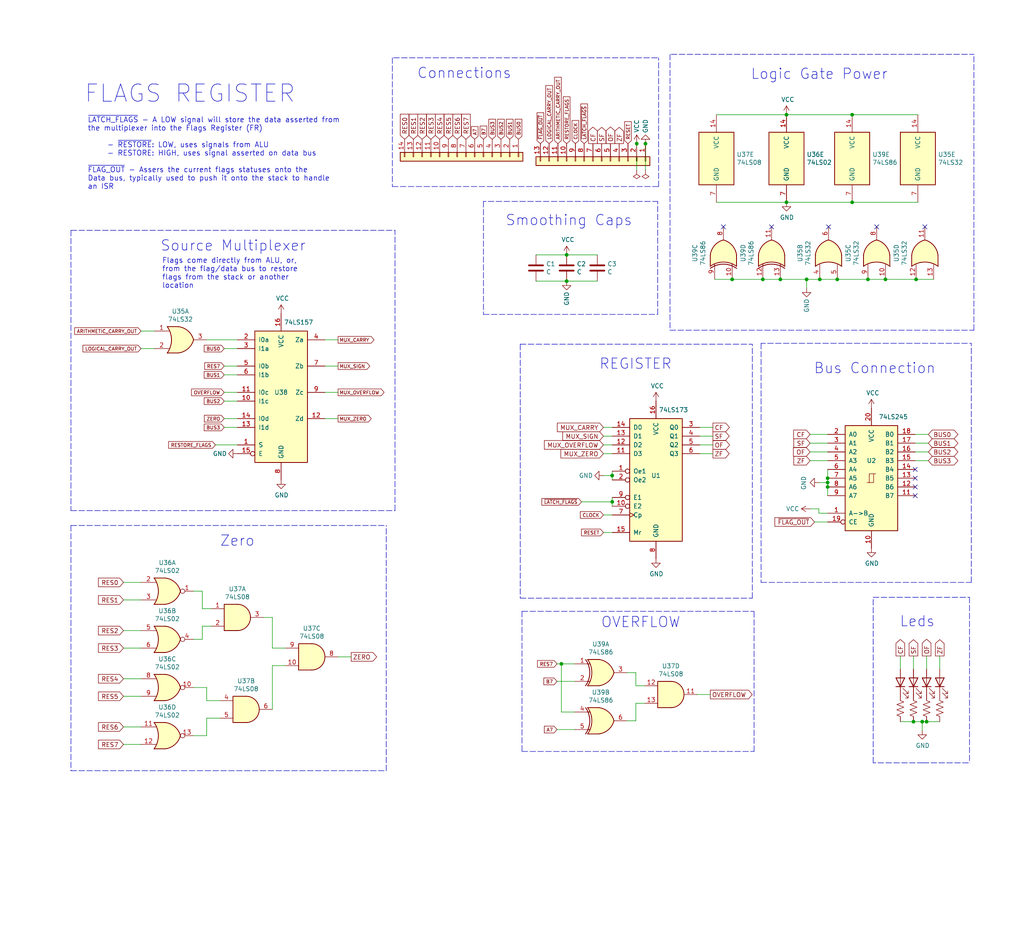
<source format=kicad_sch>
(kicad_sch (version 20211123) (generator eeschema)
  (paper "User" 297.002 270.002)
  (title_block (title "Flags Register") (date "2022-01-03") (rev "3") (company "theWickedWebDev/8-Bit-Computer") (comment 1 "For storing and asserting current flag statuses from ALU"))
  (lib_symbols
    (symbol "74xx:74LS02" (pin_names (offset 1.016))
      (property "Reference" "U" (at 0 1.27 0))
      (property "Value" "74LS02" (at 0 -1.27 0))
      (symbol "74LS02_1_1"
        (pin output inverted (at 7.62 0 180) (length 3.81) (name "~") (number "1"))
        (pin input line (at -7.62 2.54 0) (length 4.318) (name "~") (number "2"))
        (pin input line (at -7.62 -2.54 0) (length 4.318) (name "~") (number "3"))
      )
      (symbol "74LS02_1_2"
        (pin output line (at 7.62 0 180) (length 3.81) (name "~") (number "1"))
        (pin input inverted (at -7.62 2.54 0) (length 3.81) (name "~") (number "2"))
        (pin input inverted (at -7.62 -2.54 0) (length 3.81) (name "~") (number "3"))
      )
      (symbol "74LS02_2_1"
        (pin output inverted (at 7.62 0 180) (length 3.81) (name "~") (number "4"))
        (pin input line (at -7.62 2.54 0) (length 4.318) (name "~") (number "5"))
        (pin input line (at -7.62 -2.54 0) (length 4.318) (name "~") (number "6"))
      )
      (symbol "74LS02_2_2"
        (pin output line (at 7.62 0 180) (length 3.81) (name "~") (number "4"))
        (pin input inverted (at -7.62 2.54 0) (length 3.81) (name "~") (number "5"))
        (pin input inverted (at -7.62 -2.54 0) (length 3.81) (name "~") (number "6"))
      )
      (symbol "74LS02_3_1"
        (pin output inverted (at 7.62 0 180) (length 3.81) (name "~") (number "10"))
        (pin input line (at -7.62 2.54 0) (length 4.318) (name "~") (number "8"))
        (pin input line (at -7.62 -2.54 0) (length 4.318) (name "~") (number "9"))
      )
      (symbol "74LS02_3_2"
        (pin output line (at 7.62 0 180) (length 3.81) (name "~") (number "10"))
        (pin input inverted (at -7.62 2.54 0) (length 3.81) (name "~") (number "8"))
        (pin input inverted (at -7.62 -2.54 0) (length 3.81) (name "~") (number "9"))
      )
      (symbol "74LS02_4_1"
        (pin input line (at -7.62 2.54 0) (length 4.318) (name "~") (number "11"))
        (pin input line (at -7.62 -2.54 0) (length 4.318) (name "~") (number "12"))
        (pin output inverted (at 7.62 0 180) (length 3.81) (name "~") (number "13"))
      )
      (symbol "74LS02_4_2"
        (pin input inverted (at -7.62 2.54 0) (length 3.81) (name "~") (number "11"))
        (pin input inverted (at -7.62 -2.54 0) (length 3.81) (name "~") (number "12"))
        (pin output line (at 7.62 0 180) (length 3.81) (name "~") (number "13"))
      )
      (symbol "74LS02_5_0"
        (pin power_in line (at 0 12.7 270) (length 5.08) (name "VCC") (number "14"))
        (pin power_in line (at 0 -12.7 90) (length 5.08) (name "GND") (number "7"))
      )
    )
    (symbol "74xx:74LS08" (pin_names (offset 1.016))
      (property "Reference" "U" (at 0 1.27 0))
      (property "Value" "74LS08" (at 0 -1.27 0))
      (symbol "74LS08_1_1"
        (pin input line (at -7.62 2.54 0) (length 3.81) (name "~") (number "1"))
        (pin input line (at -7.62 -2.54 0) (length 3.81) (name "~") (number "2"))
        (pin output line (at 7.62 0 180) (length 3.81) (name "~") (number "3"))
      )
      (symbol "74LS08_1_2"
        (pin input inverted (at -7.62 2.54 0) (length 4.318) (name "~") (number "1"))
        (pin input inverted (at -7.62 -2.54 0) (length 4.318) (name "~") (number "2"))
        (pin output inverted (at 7.62 0 180) (length 3.81) (name "~") (number "3"))
      )
      (symbol "74LS08_2_1"
        (pin input line (at -7.62 2.54 0) (length 3.81) (name "~") (number "4"))
        (pin input line (at -7.62 -2.54 0) (length 3.81) (name "~") (number "5"))
        (pin output line (at 7.62 0 180) (length 3.81) (name "~") (number "6"))
      )
      (symbol "74LS08_2_2"
        (pin input inverted (at -7.62 2.54 0) (length 4.318) (name "~") (number "4"))
        (pin input inverted (at -7.62 -2.54 0) (length 4.318) (name "~") (number "5"))
        (pin output inverted (at 7.62 0 180) (length 3.81) (name "~") (number "6"))
      )
      (symbol "74LS08_3_1"
        (pin input line (at -7.62 -2.54 0) (length 3.81) (name "~") (number "10"))
        (pin output line (at 7.62 0 180) (length 3.81) (name "~") (number "8"))
        (pin input line (at -7.62 2.54 0) (length 3.81) (name "~") (number "9"))
      )
      (symbol "74LS08_3_2"
        (pin input inverted (at -7.62 -2.54 0) (length 4.318) (name "~") (number "10"))
        (pin output inverted (at 7.62 0 180) (length 3.81) (name "~") (number "8"))
        (pin input inverted (at -7.62 2.54 0) (length 4.318) (name "~") (number "9"))
      )
      (symbol "74LS08_4_1"
        (pin output line (at 7.62 0 180) (length 3.81) (name "~") (number "11"))
        (pin input line (at -7.62 2.54 0) (length 3.81) (name "~") (number "12"))
        (pin input line (at -7.62 -2.54 0) (length 3.81) (name "~") (number "13"))
      )
      (symbol "74LS08_4_2"
        (pin output inverted (at 7.62 0 180) (length 3.81) (name "~") (number "11"))
        (pin input inverted (at -7.62 2.54 0) (length 4.318) (name "~") (number "12"))
        (pin input inverted (at -7.62 -2.54 0) (length 4.318) (name "~") (number "13"))
      )
      (symbol "74LS08_5_0"
        (pin power_in line (at 0 12.7 270) (length 5.08) (name "VCC") (number "14"))
        (pin power_in line (at 0 -12.7 90) (length 5.08) (name "GND") (number "7"))
      )
    )
    (symbol "74xx:74LS157" (pin_names (offset 1.016))
      (property "Reference" "U" (at -7.62 19.05 0))
      (property "Value" "74LS157" (at -7.62 -21.59 0))
      (symbol "74LS157_1_0"
        (pin input line (at -12.7 -15.24 0) (length 5.08) (name "S") (number "1"))
        (pin input line (at -12.7 -2.54 0) (length 5.08) (name "I1c") (number "10"))
        (pin input line (at -12.7 0 0) (length 5.08) (name "I0c") (number "11"))
        (pin output line (at 12.7 -7.62 180) (length 5.08) (name "Zd") (number "12"))
        (pin input line (at -12.7 -10.16 0) (length 5.08) (name "I1d") (number "13"))
        (pin input line (at -12.7 -7.62 0) (length 5.08) (name "I0d") (number "14"))
        (pin input inverted (at -12.7 -17.78 0) (length 5.08) (name "E") (number "15"))
        (pin power_in line (at 0 22.86 270) (length 5.08) (name "VCC") (number "16"))
        (pin input line (at -12.7 15.24 0) (length 5.08) (name "I0a") (number "2"))
        (pin input line (at -12.7 12.7 0) (length 5.08) (name "I1a") (number "3"))
        (pin output line (at 12.7 15.24 180) (length 5.08) (name "Za") (number "4"))
        (pin input line (at -12.7 7.62 0) (length 5.08) (name "I0b") (number "5"))
        (pin input line (at -12.7 5.08 0) (length 5.08) (name "I1b") (number "6"))
        (pin output line (at 12.7 7.62 180) (length 5.08) (name "Zb") (number "7"))
        (pin power_in line (at 0 -25.4 90) (length 5.08) (name "GND") (number "8"))
        (pin output line (at 12.7 0 180) (length 5.08) (name "Zc") (number "9"))
      )
    )
    (symbol "74xx:74LS173" (pin_names (offset 1.016))
      (property "Reference" "U" (at -7.62 19.05 0))
      (property "Value" "74LS173" (at -7.62 -19.05 0))
      (symbol "74LS173_1_0"
        (pin input inverted (at -12.7 2.54 0) (length 5.08) (name "Oe1") (number "1"))
        (pin input inverted (at -12.7 -7.62 0) (length 5.08) (name "E2") (number "10"))
        (pin input line (at -12.7 7.62 0) (length 5.08) (name "D3") (number "11"))
        (pin input line (at -12.7 10.16 0) (length 5.08) (name "D2") (number "12"))
        (pin input line (at -12.7 12.7 0) (length 5.08) (name "D1") (number "13"))
        (pin input line (at -12.7 15.24 0) (length 5.08) (name "D0") (number "14"))
        (pin input line (at -12.7 -15.24 0) (length 5.08) (name "Mr") (number "15"))
        (pin power_in line (at 0 22.86 270) (length 5.08) (name "VCC") (number "16"))
        (pin input inverted (at -12.7 0 0) (length 5.08) (name "Oe2") (number "2"))
        (pin tri_state line (at 12.7 15.24 180) (length 5.08) (name "Q0") (number "3"))
        (pin tri_state line (at 12.7 12.7 180) (length 5.08) (name "Q1") (number "4"))
        (pin tri_state line (at 12.7 10.16 180) (length 5.08) (name "Q2") (number "5"))
        (pin tri_state line (at 12.7 7.62 180) (length 5.08) (name "Q3") (number "6"))
        (pin input clock (at -12.7 -10.16 0) (length 5.08) (name "Cp") (number "7"))
        (pin power_in line (at 0 -22.86 90) (length 5.08) (name "GND") (number "8"))
        (pin input inverted (at -12.7 -5.08 0) (length 5.08) (name "E1") (number "9"))
      )
    )
    (symbol "74xx:74LS245" (pin_names (offset 1.016))
      (property "Reference" "U" (at -7.62 16.51 0))
      (property "Value" "74LS245" (at -7.62 -16.51 0))
      (symbol "74LS245_1_0"
        (pin input line (at -12.7 -10.16 0) (length 5.08) (name "A->B") (number "1"))
        (pin power_in line (at 0 -20.32 90) (length 5.08) (name "GND") (number "10"))
        (pin tri_state line (at 12.7 -5.08 180) (length 5.08) (name "B7") (number "11"))
        (pin tri_state line (at 12.7 -2.54 180) (length 5.08) (name "B6") (number "12"))
        (pin tri_state line (at 12.7 0 180) (length 5.08) (name "B5") (number "13"))
        (pin tri_state line (at 12.7 2.54 180) (length 5.08) (name "B4") (number "14"))
        (pin tri_state line (at 12.7 5.08 180) (length 5.08) (name "B3") (number "15"))
        (pin tri_state line (at 12.7 7.62 180) (length 5.08) (name "B2") (number "16"))
        (pin tri_state line (at 12.7 10.16 180) (length 5.08) (name "B1") (number "17"))
        (pin tri_state line (at 12.7 12.7 180) (length 5.08) (name "B0") (number "18"))
        (pin input inverted (at -12.7 -12.7 0) (length 5.08) (name "CE") (number "19"))
        (pin tri_state line (at -12.7 12.7 0) (length 5.08) (name "A0") (number "2"))
        (pin power_in line (at 0 20.32 270) (length 5.08) (name "VCC") (number "20"))
        (pin tri_state line (at -12.7 10.16 0) (length 5.08) (name "A1") (number "3"))
        (pin tri_state line (at -12.7 7.62 0) (length 5.08) (name "A2") (number "4"))
        (pin tri_state line (at -12.7 5.08 0) (length 5.08) (name "A3") (number "5"))
        (pin tri_state line (at -12.7 2.54 0) (length 5.08) (name "A4") (number "6"))
        (pin tri_state line (at -12.7 0 0) (length 5.08) (name "A5") (number "7"))
        (pin tri_state line (at -12.7 -2.54 0) (length 5.08) (name "A6") (number "8"))
        (pin tri_state line (at -12.7 -5.08 0) (length 5.08) (name "A7") (number "9"))
      )
    )
    (symbol "74xx:74LS32" (pin_names (offset 1.016))
      (property "Reference" "U" (at 0 1.27 0))
      (property "Value" "74LS32" (at 0 -1.27 0))
      (symbol "74LS32_1_1"
        (pin input line (at -7.62 2.54 0) (length 4.318) (name "~") (number "1"))
        (pin input line (at -7.62 -2.54 0) (length 4.318) (name "~") (number "2"))
        (pin output line (at 7.62 0 180) (length 3.81) (name "~") (number "3"))
      )
      (symbol "74LS32_1_2"
        (pin input inverted (at -7.62 2.54 0) (length 3.81) (name "~") (number "1"))
        (pin input inverted (at -7.62 -2.54 0) (length 3.81) (name "~") (number "2"))
        (pin output inverted (at 7.62 0 180) (length 3.81) (name "~") (number "3"))
      )
      (symbol "74LS32_2_1"
        (pin input line (at -7.62 2.54 0) (length 4.318) (name "~") (number "4"))
        (pin input line (at -7.62 -2.54 0) (length 4.318) (name "~") (number "5"))
        (pin output line (at 7.62 0 180) (length 3.81) (name "~") (number "6"))
      )
      (symbol "74LS32_2_2"
        (pin input inverted (at -7.62 2.54 0) (length 3.81) (name "~") (number "4"))
        (pin input inverted (at -7.62 -2.54 0) (length 3.81) (name "~") (number "5"))
        (pin output inverted (at 7.62 0 180) (length 3.81) (name "~") (number "6"))
      )
      (symbol "74LS32_3_1"
        (pin input line (at -7.62 -2.54 0) (length 4.318) (name "~") (number "10"))
        (pin output line (at 7.62 0 180) (length 3.81) (name "~") (number "8"))
        (pin input line (at -7.62 2.54 0) (length 4.318) (name "~") (number "9"))
      )
      (symbol "74LS32_3_2"
        (pin input inverted (at -7.62 -2.54 0) (length 3.81) (name "~") (number "10"))
        (pin output inverted (at 7.62 0 180) (length 3.81) (name "~") (number "8"))
        (pin input inverted (at -7.62 2.54 0) (length 3.81) (name "~") (number "9"))
      )
      (symbol "74LS32_4_1"
        (pin output line (at 7.62 0 180) (length 3.81) (name "~") (number "11"))
        (pin input line (at -7.62 2.54 0) (length 4.318) (name "~") (number "12"))
        (pin input line (at -7.62 -2.54 0) (length 4.318) (name "~") (number "13"))
      )
      (symbol "74LS32_4_2"
        (pin output inverted (at 7.62 0 180) (length 3.81) (name "~") (number "11"))
        (pin input inverted (at -7.62 2.54 0) (length 3.81) (name "~") (number "12"))
        (pin input inverted (at -7.62 -2.54 0) (length 3.81) (name "~") (number "13"))
      )
      (symbol "74LS32_5_0"
        (pin power_in line (at 0 12.7 270) (length 5.08) (name "VCC") (number "14"))
        (pin power_in line (at 0 -12.7 90) (length 5.08) (name "GND") (number "7"))
      )
    )
    (symbol "74xx:74LS86" (pin_names (offset 1.016))
      (property "Reference" "U" (at 0 1.27 0))
      (property "Value" "74LS86" (at 0 -1.27 0))
      (symbol "74LS86_1_0"
        (pin input line (at -7.62 2.54 0) (length 4.445) (name "~") (number "1"))
        (pin input line (at -7.62 -2.54 0) (length 4.445) (name "~") (number "2"))
        (pin output line (at 7.62 0 180) (length 3.81) (name "~") (number "3"))
      )
      (symbol "74LS86_2_0"
        (pin input line (at -7.62 2.54 0) (length 4.445) (name "~") (number "4"))
        (pin input line (at -7.62 -2.54 0) (length 4.445) (name "~") (number "5"))
        (pin output line (at 7.62 0 180) (length 3.81) (name "~") (number "6"))
      )
      (symbol "74LS86_3_0"
        (pin input line (at -7.62 -2.54 0) (length 4.445) (name "~") (number "10"))
        (pin output line (at 7.62 0 180) (length 3.81) (name "~") (number "8"))
        (pin input line (at -7.62 2.54 0) (length 4.445) (name "~") (number "9"))
      )
      (symbol "74LS86_4_0"
        (pin output line (at 7.62 0 180) (length 3.81) (name "~") (number "11"))
        (pin input line (at -7.62 2.54 0) (length 4.445) (name "~") (number "12"))
        (pin input line (at -7.62 -2.54 0) (length 4.445) (name "~") (number "13"))
      )
      (symbol "74LS86_5_0"
        (pin power_in line (at 0 12.7 270) (length 5.08) (name "VCC") (number "14"))
        (pin power_in line (at 0 -12.7 90) (length 5.08) (name "GND") (number "7"))
      )
    )
    (symbol "Connector_Generic:Conn_01x13" (pin_names (offset 1.016) hide)
      (property "Reference" "J" (at 0 17.78 0))
      (property "Value" "Conn_01x13" (at 0 -17.78 0))
      (symbol "Conn_01x13_1_1"
        (pin passive line (at -5.08 15.24 0) (length 3.81) (name "Pin_1") (number "1"))
        (pin passive line (at -5.08 -7.62 0) (length 3.81) (name "Pin_10") (number "10"))
        (pin passive line (at -5.08 -10.16 0) (length 3.81) (name "Pin_11") (number "11"))
        (pin passive line (at -5.08 -12.7 0) (length 3.81) (name "Pin_12") (number "12"))
        (pin passive line (at -5.08 -15.24 0) (length 3.81) (name "Pin_13") (number "13"))
        (pin passive line (at -5.08 12.7 0) (length 3.81) (name "Pin_2") (number "2"))
        (pin passive line (at -5.08 10.16 0) (length 3.81) (name "Pin_3") (number "3"))
        (pin passive line (at -5.08 7.62 0) (length 3.81) (name "Pin_4") (number "4"))
        (pin passive line (at -5.08 5.08 0) (length 3.81) (name "Pin_5") (number "5"))
        (pin passive line (at -5.08 2.54 0) (length 3.81) (name "Pin_6") (number "6"))
        (pin passive line (at -5.08 0 0) (length 3.81) (name "Pin_7") (number "7"))
        (pin passive line (at -5.08 -2.54 0) (length 3.81) (name "Pin_8") (number "8"))
        (pin passive line (at -5.08 -5.08 0) (length 3.81) (name "Pin_9") (number "9"))
      )
    )
    (symbol "Connector_Generic:Conn_01x14" (pin_names (offset 1.016) hide)
      (property "Reference" "J" (at 0 17.78 0))
      (property "Value" "Conn_01x14" (at 0 -20.32 0))
      (symbol "Conn_01x14_1_1"
        (pin passive line (at -5.08 15.24 0) (length 3.81) (name "Pin_1") (number "1"))
        (pin passive line (at -5.08 -7.62 0) (length 3.81) (name "Pin_10") (number "10"))
        (pin passive line (at -5.08 -10.16 0) (length 3.81) (name "Pin_11") (number "11"))
        (pin passive line (at -5.08 -12.7 0) (length 3.81) (name "Pin_12") (number "12"))
        (pin passive line (at -5.08 -15.24 0) (length 3.81) (name "Pin_13") (number "13"))
        (pin passive line (at -5.08 -17.78 0) (length 3.81) (name "Pin_14") (number "14"))
        (pin passive line (at -5.08 12.7 0) (length 3.81) (name "Pin_2") (number "2"))
        (pin passive line (at -5.08 10.16 0) (length 3.81) (name "Pin_3") (number "3"))
        (pin passive line (at -5.08 7.62 0) (length 3.81) (name "Pin_4") (number "4"))
        (pin passive line (at -5.08 5.08 0) (length 3.81) (name "Pin_5") (number "5"))
        (pin passive line (at -5.08 2.54 0) (length 3.81) (name "Pin_6") (number "6"))
        (pin passive line (at -5.08 0 0) (length 3.81) (name "Pin_7") (number "7"))
        (pin passive line (at -5.08 -2.54 0) (length 3.81) (name "Pin_8") (number "8"))
        (pin passive line (at -5.08 -5.08 0) (length 3.81) (name "Pin_9") (number "9"))
      )
    )
    (symbol "Device:C" (pin_numbers hide) (pin_names (offset 0.254))
      (property "Reference" "C" (at 0.635 2.54 0))
      (property "Value" "C" (at 0.635 -2.54 0))
      (symbol "C_1_1"
        (pin passive line (at 0 3.81 270) (length 2.794) (name "~") (number "1"))
        (pin passive line (at 0 -3.81 90) (length 2.794) (name "~") (number "2"))
      )
    )
    (symbol "Device:LED" (pin_numbers hide) (pin_names (offset 1.016) hide)
      (property "Reference" "D" (at 0 2.54 0))
      (property "Value" "LED" (at 0 -2.54 0))
      (symbol "LED_1_1"
        (pin passive line (at -3.81 0 0) (length 2.54) (name "K") (number "1"))
        (pin passive line (at 3.81 0 180) (length 2.54) (name "A") (number "2"))
      )
    )
    (symbol "Device:R_US" (pin_numbers hide) (pin_names (offset 0))
      (property "Reference" "R" (at 2.54 0 90))
      (property "Value" "R_US" (at -2.54 0 90))
      (symbol "R_US_1_1"
        (pin passive line (at 0 3.81 270) (length 1.27) (name "~") (number "1"))
        (pin passive line (at 0 -3.81 90) (length 1.27) (name "~") (number "2"))
      )
    )
    (symbol "power:GND" (power) (pin_names (offset 0))
      (property "Value" "GND" (at 0 -3.81 0))
      (symbol "GND_1_1"
        (pin power_in line (at 0 0 270) (length 0) hide (name "GND") (number "1"))
      )
    )
    (symbol "power:PWR_FLAG" (power) (pin_numbers hide) (pin_names (offset 0) hide)
      (property "Value" "PWR_FLAG" (at 0 3.81 0))
      (symbol "PWR_FLAG_0_0"
        (pin power_out line (at 0 0 90) (length 0) (name "pwr") (number "1"))
      )
    )
    (symbol "power:VCC" (power) (pin_names (offset 0))
      (property "Value" "VCC" (at 0 3.81 0))
      (symbol "VCC_1_1"
        (pin power_in line (at 0 0 90) (length 0) hide (name "VCC") (number "1"))
      )
    )
  )
  (junction (at 233.934 81.026))
  (junction (at 226.314 81.026))
  (junction (at 162.814 192.532))
  (junction (at 212.344 81.026))
  (junction (at 237.744 81.026))
  (junction (at 265.684 81.026))
  (junction (at 240.03 138.684))
  (junction (at 256.794 81.026))
  (junction (at 268.732 209.296))
  (junction (at 228.092 58.674))
  (junction (at 187.198 41.656))
  (junction (at 164.338 81.534))
  (junction (at 240.03 139.954))
  (junction (at 184.658 41.656))
  (junction (at 247.142 58.674))
  (junction (at 221.234 81.026))
  (junction (at 264.922 209.296))
  (junction (at 177.546 137.922))
  (junction (at 164.338 73.914))
  (junction (at 247.142 33.274))
  (junction (at 267.462 209.296))
  (junction (at 240.03 141.224))
  (junction (at 228.092 33.274))
  (junction (at 251.714 81.026))
  (junction (at 177.546 145.542))
  (junction (at 242.824 81.026))
  (no_connect (at 265.43 141.224))
  (no_connect (at 223.774 65.786))
  (no_connect (at 265.43 143.764))
  (no_connect (at 254.254 65.786))
  (no_connect (at 268.224 65.786))
  (no_connect (at 265.43 136.144))
  (no_connect (at 265.43 138.684))
  (no_connect (at 209.804 65.786))
  (no_connect (at 240.284 65.786))
  (wire (pts (xy 233.934 81.026) (xy 233.934 83.566)))
  (polyline (pts (xy 191.008 54.102) (xy 191.008 16.764)))
  (wire (pts (xy 58.674 185.42) (xy 56.134 185.42)))
  (polyline (pts (xy 240.03 15.748) (xy 282.448 15.748)))
  (wire (pts (xy 175.006 129.032) (xy 177.546 129.032)))
  (polyline (pts (xy 220.726 168.91) (xy 281.686 168.91)))
  (wire (pts (xy 184.404 209.042) (xy 181.864 209.042)))
  (wire (pts (xy 98.044 121.412) (xy 94.234 121.412)))
  (wire (pts (xy 237.744 81.026) (xy 242.824 81.026)))
  (wire (pts (xy 177.546 144.272) (xy 177.546 145.542)))
  (polyline (pts (xy 20.574 223.52) (xy 112.014 223.52)))
  (wire (pts (xy 265.43 125.984) (xy 269.24 125.984)))
  (wire (pts (xy 161.544 197.612) (xy 166.624 197.612)))
  (polyline (pts (xy 254 99.568) (xy 220.726 99.568)))
  (polyline (pts (xy 140.208 91.186) (xy 190.754 91.186)))
  (polyline (pts (xy 156.972 16.764) (xy 191.008 16.764)))
  (wire (pts (xy 40.894 101.092) (xy 44.704 101.092)))
  (wire (pts (xy 35.814 168.91) (xy 40.894 168.91)))
  (wire (pts (xy 237.49 147.574) (xy 237.49 148.844)))
  (wire (pts (xy 226.314 81.026) (xy 233.934 81.026)))
  (wire (pts (xy 207.772 58.674) (xy 228.092 58.674)))
  (wire (pts (xy 35.814 196.85) (xy 40.894 196.85)))
  (wire (pts (xy 265.43 128.524) (xy 269.24 128.524)))
  (wire (pts (xy 58.674 171.45) (xy 58.674 176.53)))
  (wire (pts (xy 59.944 208.28) (xy 59.944 213.36)))
  (polyline (pts (xy 218.694 217.932) (xy 218.694 177.292)))
  (polyline (pts (xy 150.876 99.822) (xy 150.876 173.482)))
  (polyline (pts (xy 151.384 177.292) (xy 218.694 177.292)))
  (wire (pts (xy 65.024 101.092) (xy 68.834 101.092)))
  (wire (pts (xy 184.404 198.882) (xy 184.404 195.072)))
  (wire (pts (xy 207.264 81.026) (xy 212.344 81.026)))
  (wire (pts (xy 65.024 116.332) (xy 68.834 116.332)))
  (wire (pts (xy 56.134 171.45) (xy 58.674 171.45)))
  (wire (pts (xy 240.03 141.224) (xy 240.03 143.764)))
  (wire (pts (xy 206.756 131.572) (xy 202.946 131.572)))
  (wire (pts (xy 234.95 147.574) (xy 237.49 147.574)))
  (wire (pts (xy 272.542 190.246) (xy 272.542 194.056)))
  (wire (pts (xy 173.228 73.914) (xy 164.338 73.914)))
  (polyline (pts (xy 170.942 58.42) (xy 190.754 58.42)))
  (wire (pts (xy 234.95 128.524) (xy 240.03 128.524)))
  (polyline (pts (xy 220.726 99.568) (xy 220.726 168.91)))
  (wire (pts (xy 205.994 201.422) (xy 202.184 201.422)))
  (wire (pts (xy 272.542 209.296) (xy 268.732 209.296)))
  (wire (pts (xy 265.684 81.026) (xy 270.764 81.026)))
  (wire (pts (xy 184.404 195.072) (xy 181.864 195.072)))
  (wire (pts (xy 78.994 193.04) (xy 78.994 205.74)))
  (wire (pts (xy 65.024 106.172) (xy 68.834 106.172)))
  (polyline (pts (xy 170.688 58.42) (xy 140.208 58.42)))
  (polyline (pts (xy 253.238 221.234) (xy 253.238 173.228)))
  (polyline (pts (xy 112.014 223.52) (xy 112.014 152.4)))
  (wire (pts (xy 267.462 209.296) (xy 264.922 209.296)))
  (polyline (pts (xy 20.574 148.082) (xy 114.554 148.082)))
  (wire (pts (xy 35.814 215.9) (xy 40.894 215.9)))
  (wire (pts (xy 234.95 133.604) (xy 240.03 133.604)))
  (wire (pts (xy 35.814 173.99) (xy 40.894 173.99)))
  (wire (pts (xy 234.95 125.984) (xy 240.03 125.984)))
  (polyline (pts (xy 113.792 54.102) (xy 191.008 54.102)))
  (polyline (pts (xy 140.208 58.42) (xy 140.208 91.186)))
  (wire (pts (xy 267.462 211.836) (xy 267.462 209.296)))
  (wire (pts (xy 63.754 208.28) (xy 59.944 208.28)))
  (wire (pts (xy 98.044 113.792) (xy 94.234 113.792)))
  (polyline (pts (xy 150.876 99.822) (xy 218.186 99.822)))
  (wire (pts (xy 98.044 190.5) (xy 101.854 190.5)))
  (wire (pts (xy 228.092 33.274) (xy 247.142 33.274)))
  (wire (pts (xy 184.404 203.962) (xy 184.404 209.042)))
  (wire (pts (xy 240.03 138.684) (xy 240.03 136.144)))
  (polyline (pts (xy 114.554 148.082) (xy 114.554 66.802)))
  (wire (pts (xy 251.714 81.026) (xy 256.794 81.026)))
  (polyline (pts (xy 151.384 177.292) (xy 151.384 217.932)))
  (wire (pts (xy 175.006 149.352) (xy 177.546 149.352)))
  (wire (pts (xy 240.03 139.954) (xy 240.03 138.684)))
  (wire (pts (xy 234.95 131.064) (xy 240.03 131.064)))
  (wire (pts (xy 59.944 98.552) (xy 68.834 98.552)))
  (polyline (pts (xy 156.972 16.764) (xy 113.792 16.764)))
  (wire (pts (xy 268.732 194.056) (xy 268.732 190.246)))
  (polyline (pts (xy 253.238 173.228) (xy 281.178 173.228)))
  (wire (pts (xy 206.756 126.492) (xy 202.946 126.492)))
  (wire (pts (xy 59.944 213.36) (xy 56.134 213.36)))
  (wire (pts (xy 58.674 176.53) (xy 61.214 176.53)))
  (wire (pts (xy 261.112 190.246) (xy 261.112 194.056)))
  (polyline (pts (xy 239.776 15.748) (xy 194.31 15.748)))
  (wire (pts (xy 268.732 209.296) (xy 267.462 209.296)))
  (wire (pts (xy 35.814 187.96) (xy 40.894 187.96)))
  (wire (pts (xy 175.006 131.572) (xy 177.546 131.572)))
  (wire (pts (xy 264.922 209.296) (xy 261.112 209.296)))
  (wire (pts (xy 177.546 145.542) (xy 177.546 146.812)))
  (wire (pts (xy 177.546 136.652) (xy 177.546 137.922)))
  (polyline (pts (xy 20.574 66.802) (xy 114.554 66.802)))
  (polyline (pts (xy 151.384 217.932) (xy 218.694 217.932)))
  (wire (pts (xy 98.044 98.552) (xy 94.234 98.552)))
  (wire (pts (xy 162.814 192.532) (xy 162.814 206.502)))
  (wire (pts (xy 247.142 33.274) (xy 266.192 33.274)))
  (wire (pts (xy 228.092 58.674) (xy 247.142 58.674)))
  (wire (pts (xy 237.49 139.954) (xy 240.03 139.954)))
  (wire (pts (xy 177.546 137.922) (xy 177.546 139.192)))
  (wire (pts (xy 202.946 129.032) (xy 206.756 129.032)))
  (wire (pts (xy 162.814 206.502) (xy 166.624 206.502)))
  (wire (pts (xy 265.43 131.064) (xy 269.24 131.064)))
  (wire (pts (xy 256.794 81.026) (xy 265.684 81.026)))
  (wire (pts (xy 35.814 210.82) (xy 40.894 210.82)))
  (polyline (pts (xy 218.186 173.482) (xy 218.186 99.822)))
  (polyline (pts (xy 253.746 99.568) (xy 281.686 99.568)))
  (polyline (pts (xy 281.686 168.91) (xy 281.686 99.568)))
  (wire (pts (xy 187.198 49.276) (xy 187.198 41.656)))
  (wire (pts (xy 164.338 73.914) (xy 155.448 73.914)))
  (wire (pts (xy 65.024 113.792) (xy 68.834 113.792)))
  (wire (pts (xy 233.934 81.026) (xy 237.744 81.026)))
  (wire (pts (xy 155.448 81.534) (xy 164.338 81.534)))
  (polyline (pts (xy 281.178 173.228) (xy 281.178 221.234)))
  (polyline (pts (xy 267.716 221.234) (xy 253.238 221.234)))
  (wire (pts (xy 266.192 58.674) (xy 247.142 58.674)))
  (wire (pts (xy 161.544 211.582) (xy 166.624 211.582)))
  (wire (pts (xy 264.922 190.246) (xy 264.922 194.056)))
  (wire (pts (xy 175.006 123.952) (xy 177.546 123.952)))
  (wire (pts (xy 175.006 137.922) (xy 177.546 137.922)))
  (wire (pts (xy 207.772 33.274) (xy 228.092 33.274)))
  (wire (pts (xy 212.344 81.026) (xy 221.234 81.026)))
  (wire (pts (xy 162.814 192.532) (xy 166.624 192.532)))
  (polyline (pts (xy 190.754 91.186) (xy 190.754 58.42)))
  (wire (pts (xy 184.658 41.656) (xy 184.658 49.276)))
  (wire (pts (xy 65.024 108.712) (xy 68.834 108.712)))
  (wire (pts (xy 221.234 81.026) (xy 226.314 81.026)))
  (wire (pts (xy 164.338 81.534) (xy 173.228 81.534)))
  (polyline (pts (xy 267.716 221.234) (xy 281.178 221.234)))
  (wire (pts (xy 59.944 203.2) (xy 63.754 203.2)))
  (wire (pts (xy 78.994 179.07) (xy 78.994 187.96)))
  (polyline (pts (xy 20.574 66.802) (xy 20.574 148.082)))
  (wire (pts (xy 59.944 199.39) (xy 59.944 203.2)))
  (wire (pts (xy 240.03 139.954) (xy 240.03 141.224)))
  (polyline (pts (xy 194.31 95.758) (xy 282.448 95.758)))
  (wire (pts (xy 44.704 96.012) (xy 40.894 96.012)))
  (wire (pts (xy 242.824 81.026) (xy 251.714 81.026)))
  (wire (pts (xy 76.454 179.07) (xy 78.994 179.07)))
  (wire (pts (xy 65.024 121.412) (xy 68.834 121.412)))
  (wire (pts (xy 78.994 187.96) (xy 82.804 187.96)))
  (polyline (pts (xy 20.574 152.4) (xy 112.014 152.4)))
  (wire (pts (xy 35.814 182.88) (xy 40.894 182.88)))
  (wire (pts (xy 186.944 198.882) (xy 184.404 198.882)))
  (wire (pts (xy 175.006 154.432) (xy 177.546 154.432)))
  (wire (pts (xy 65.024 123.952) (xy 68.834 123.952)))
  (wire (pts (xy 82.804 193.04) (xy 78.994 193.04)))
  (wire (pts (xy 58.674 181.61) (xy 58.674 185.42)))
  (wire (pts (xy 186.944 203.962) (xy 184.404 203.962)))
  (wire (pts (xy 61.214 181.61) (xy 58.674 181.61)))
  (wire (pts (xy 206.756 123.952) (xy 202.946 123.952)))
  (wire (pts (xy 237.49 148.844) (xy 240.03 148.844)))
  (polyline (pts (xy 113.792 16.764) (xy 113.792 54.102)))
  (polyline (pts (xy 20.574 152.4) (xy 20.574 223.52)))
  (wire (pts (xy 236.22 151.384) (xy 240.03 151.384)))
  (wire (pts (xy 177.546 145.542) (xy 168.656 145.542)))
  (wire (pts (xy 35.814 201.93) (xy 40.894 201.93)))
  (polyline (pts (xy 150.876 173.482) (xy 218.186 173.482)))
  (polyline (pts (xy 282.448 95.758) (xy 282.448 15.748)))
  (wire (pts (xy 265.43 133.604) (xy 269.24 133.604)))
  (wire (pts (xy 98.044 106.172) (xy 94.234 106.172)))
  (polyline (pts (xy 194.31 15.748) (xy 194.31 95.758)))
  (wire (pts (xy 161.544 192.532) (xy 162.814 192.532)))
  (wire (pts (xy 56.134 199.39) (xy 59.944 199.39)))
  (wire (pts (xy 175.006 126.492) (xy 177.546 126.492)))
  (wire (pts (xy 62.484 129.032) (xy 68.834 129.032)))
  (text "Source Multiplexer" (at 46.482 73.152 0) (effects (font (size 2.9972 2.9972)) (justify left bottom)))
  (text "Bus Connection" (at 235.966 108.712 0) (effects (font (size 2.9972 2.9972)) (justify left bottom)))
  (text "Smoothing Caps" (at 146.558 65.786 0) (effects (font (size 2.9972 2.9972)) (justify left bottom)))
  (text "~{LATCH_FLAGS} - A LOW signal will store the data asserted from\nthe multiplexer into the Flags Register (FR)\n\n	- ~{RESTORE}: LOW, uses signals from ALU\n	- RESTORE: HIGH, uses signal asserted on data bus\n\n~{FLAG_OUT} - Assers the current flags statuses onto the \nData bus, typically used to push it onto the stack to handle\nan ISR" (at 25.4 55.118 0) (effects (font (size 1.5 1.5)) (justify left bottom)))
  (text "Flags come directly from ALU, or,\nfrom the flag/data bus to restore\nflags from the stack or another\nlocation" (at 46.99 83.82 0) (effects (font (size 1.5 1.5)) (justify left bottom)))
  (text "Leds" (at 260.858 182.118 0) (effects (font (size 2.9972 2.9972)) (justify left bottom)))
  (text "Connections" (at 120.904 23.114 0) (effects (font (size 3 3)) (justify left bottom)))
  (text "Logic Gate Power" (at 217.678 23.368 0) (effects (font (size 2.9972 2.9972)) (justify left bottom)))
  (text "FLAGS REGISTER" (at 24.384 30.226 0) (effects (font (size 5.0038 5.0038)) (justify left bottom)))
  (text "REGISTER" (at 173.736 107.442 0) (effects (font (size 2.9972 2.9972)) (justify left bottom)))
  (text "OVERFLOW" (at 174.244 182.372 0) (effects (font (size 2.9972 2.9972)) (justify left bottom)))
  (text "Zero" (at 63.754 158.75 0) (effects (font (size 2.9972 2.9972)) (justify left bottom)))
  (global_label "ZF" (shape output) (at 206.756 131.572 0) (property "Intersheet References" "${INTERSHEET_REFS}" (effects hide)))
  (global_label "LOGICAL_CARRY_OUT" (shape input) (at 159.258 41.656 90) (effects (font (size 0.9906 0.9906))) (property "Intersheet References" "${INTERSHEET_REFS}" (effects hide)))
  (global_label "B7" (shape input) (at 161.544 197.612 180) (effects (font (size 0.9906 0.9906))) (property "Intersheet References" "${INTERSHEET_REFS}" (effects hide)))
  (global_label "BUS0" (shape input) (at 150.368 40.386 90) (effects (font (size 0.9906 0.9906))) (property "Intersheet References" "${INTERSHEET_REFS}" (effects hide)))
  (global_label "~{LATCH_FLAGS}" (shape input) (at 168.656 145.542 180) (effects (font (size 0.9906 0.9906))) (property "Intersheet References" "${INTERSHEET_REFS}" (effects hide)))
  (global_label "RESTORE_FLAGS" (shape input) (at 164.338 41.656 90) (effects (font (size 0.9906 0.9906))) (property "Intersheet References" "${INTERSHEET_REFS}" (effects hide)))
  (global_label "RES6" (shape input) (at 132.588 40.386 90) (property "Intersheet References" "${INTERSHEET_REFS}" (effects hide)))
  (global_label "CF" (shape output) (at 261.112 190.246 90) (property "Intersheet References" "${INTERSHEET_REFS}" (effects hide)))
  (global_label "OF" (shape output) (at 177.038 41.656 90) (property "Intersheet References" "${INTERSHEET_REFS}" (effects hide)))
  (global_label "BUS2" (shape tri_state) (at 269.24 131.064 0) (property "Intersheet References" "${INTERSHEET_REFS}" (effects hide)))
  (global_label "RES6" (shape input) (at 35.814 210.82 180) (property "Intersheet References" "${INTERSHEET_REFS}" (effects hide)))
  (global_label "SF" (shape input) (at 234.95 128.524 180) (property "Intersheet References" "${INTERSHEET_REFS}" (effects hide)))
  (global_label "CF" (shape input) (at 234.95 125.984 180) (property "Intersheet References" "${INTERSHEET_REFS}" (effects hide)))
  (global_label "MUX_ZERO" (shape input) (at 175.006 131.572 180) (property "Intersheet References" "${INTERSHEET_REFS}" (effects hide)))
  (global_label "BUS3" (shape input) (at 65.024 123.952 180) (effects (font (size 0.9906 0.9906))) (property "Intersheet References" "${INTERSHEET_REFS}" (effects hide)))
  (global_label "MUX_SIGN" (shape input) (at 175.006 126.492 180) (property "Intersheet References" "${INTERSHEET_REFS}" (effects hide)))
  (global_label "RES7" (shape input) (at 135.128 40.386 90) (property "Intersheet References" "${INTERSHEET_REFS}" (effects hide)))
  (global_label "~{LATCH_FLAGS}" (shape input) (at 169.418 41.656 90) (effects (font (size 0.9906 0.9906))) (property "Intersheet References" "${INTERSHEET_REFS}" (effects hide)))
  (global_label "RES2" (shape input) (at 122.428 40.386 90) (property "Intersheet References" "${INTERSHEET_REFS}" (effects hide)))
  (global_label "CF" (shape output) (at 171.958 41.656 90) (property "Intersheet References" "${INTERSHEET_REFS}" (effects hide)))
  (global_label "OF" (shape output) (at 268.732 190.246 90) (property "Intersheet References" "${INTERSHEET_REFS}" (effects hide)))
  (global_label "BUS3" (shape tri_state) (at 269.24 133.604 0) (property "Intersheet References" "${INTERSHEET_REFS}" (effects hide)))
  (global_label "ZF" (shape output) (at 272.542 190.246 90) (property "Intersheet References" "${INTERSHEET_REFS}" (effects hide)))
  (global_label "RES2" (shape input) (at 35.814 182.88 180) (property "Intersheet References" "${INTERSHEET_REFS}" (effects hide)))
  (global_label "ZERO" (shape output) (at 101.854 190.5 0) (property "Intersheet References" "${INTERSHEET_REFS}" (effects hide)))
  (global_label "~{FLAG_OUT}" (shape input) (at 236.22 151.384 180) (property "Intersheet References" "${INTERSHEET_REFS}" (effects hide)))
  (global_label "RESET" (shape input) (at 182.118 41.656 90) (effects (font (size 0.9906 0.9906))) (property "Intersheet References" "${INTERSHEET_REFS}" (effects hide)))
  (global_label "RES5" (shape input) (at 35.814 201.93 180) (property "Intersheet References" "${INTERSHEET_REFS}" (effects hide)))
  (global_label "A7" (shape input) (at 161.544 211.582 180) (effects (font (size 0.9906 0.9906))) (property "Intersheet References" "${INTERSHEET_REFS}" (effects hide)))
  (global_label "BUS0" (shape tri_state) (at 269.24 125.984 0) (property "Intersheet References" "${INTERSHEET_REFS}" (effects hide)))
  (global_label "MUX_OVERFLOW" (shape input) (at 175.006 129.032 180) (property "Intersheet References" "${INTERSHEET_REFS}" (effects hide)))
  (global_label "RES5" (shape input) (at 130.048 40.386 90) (property "Intersheet References" "${INTERSHEET_REFS}" (effects hide)))
  (global_label "~{FLAG_OUT}" (shape input) (at 156.718 41.656 90) (effects (font (size 0.9906 0.9906))) (property "Intersheet References" "${INTERSHEET_REFS}" (effects hide)))
  (global_label "B7" (shape input) (at 140.208 40.386 90) (effects (font (size 0.9906 0.9906))) (property "Intersheet References" "${INTERSHEET_REFS}" (effects hide)))
  (global_label "MUX_OVERFLOW" (shape output) (at 98.044 113.792 0) (effects (font (size 0.9906 0.9906))) (property "Intersheet References" "${INTERSHEET_REFS}" (effects hide)))
  (global_label "RES7" (shape input) (at 161.544 192.532 180) (effects (font (size 0.9906 0.9906))) (property "Intersheet References" "${INTERSHEET_REFS}" (effects hide)))
  (global_label "BUS1" (shape input) (at 65.024 108.712 180) (effects (font (size 0.9906 0.9906))) (property "Intersheet References" "${INTERSHEET_REFS}" (effects hide)))
  (global_label "BUS0" (shape input) (at 65.024 101.092 180) (effects (font (size 0.9906 0.9906))) (property "Intersheet References" "${INTERSHEET_REFS}" (effects hide)))
  (global_label "RES3" (shape input) (at 124.968 40.386 90) (property "Intersheet References" "${INTERSHEET_REFS}" (effects hide)))
  (global_label "RESET" (shape input) (at 175.006 154.432 180) (effects (font (size 0.9906 0.9906))) (property "Intersheet References" "${INTERSHEET_REFS}" (effects hide)))
  (global_label "BUS3" (shape input) (at 142.748 40.386 90) (effects (font (size 0.9906 0.9906))) (property "Intersheet References" "${INTERSHEET_REFS}" (effects hide)))
  (global_label "RES7" (shape input) (at 65.024 106.172 180) (effects (font (size 0.9906 0.9906))) (property "Intersheet References" "${INTERSHEET_REFS}" (effects hide)))
  (global_label "RES0" (shape input) (at 35.814 168.91 180) (property "Intersheet References" "${INTERSHEET_REFS}" (effects hide)))
  (global_label "ZF" (shape output) (at 179.578 41.656 90) (property "Intersheet References" "${INTERSHEET_REFS}" (effects hide)))
  (global_label "LOGICAL_CARRY_OUT" (shape input) (at 40.894 101.092 180) (effects (font (size 0.9906 0.9906))) (property "Intersheet References" "${INTERSHEET_REFS}" (effects hide)))
  (global_label "SF" (shape output) (at 174.498 41.656 90) (property "Intersheet References" "${INTERSHEET_REFS}" (effects hide)))
  (global_label "BUS2" (shape input) (at 145.288 40.386 90) (effects (font (size 0.9906 0.9906))) (property "Intersheet References" "${INTERSHEET_REFS}" (effects hide)))
  (global_label "RES0" (shape input) (at 117.348 40.386 90) (property "Intersheet References" "${INTERSHEET_REFS}" (effects hide)))
  (global_label "ZERO" (shape input) (at 65.024 121.412 180) (effects (font (size 0.9906 0.9906))) (property "Intersheet References" "${INTERSHEET_REFS}" (effects hide)))
  (global_label "OVERFLOW" (shape input) (at 65.024 113.792 180) (effects (font (size 0.9906 0.9906))) (property "Intersheet References" "${INTERSHEET_REFS}" (effects hide)))
  (global_label "BUS1" (shape tri_state) (at 269.24 128.524 0) (property "Intersheet References" "${INTERSHEET_REFS}" (effects hide)))
  (global_label "MUX_CARRY" (shape output) (at 98.044 98.552 0) (effects (font (size 0.9906 0.9906))) (property "Intersheet References" "${INTERSHEET_REFS}" (effects hide)))
  (global_label "OF" (shape output) (at 206.756 129.032 0) (property "Intersheet References" "${INTERSHEET_REFS}" (effects hide)))
  (global_label "MUX_SIGN" (shape output) (at 98.044 106.172 0) (effects (font (size 0.9906 0.9906))) (property "Intersheet References" "${INTERSHEET_REFS}" (effects hide)))
  (global_label "ARITHMETIC_CARRY_OUT" (shape input) (at 161.798 41.656 90) (effects (font (size 0.9906 0.9906))) (property "Intersheet References" "${INTERSHEET_REFS}" (effects hide)))
  (global_label "ZF" (shape input) (at 234.95 133.604 180) (property "Intersheet References" "${INTERSHEET_REFS}" (effects hide)))
  (global_label "BUS1" (shape input) (at 147.828 40.386 90) (effects (font (size 0.9906 0.9906))) (property "Intersheet References" "${INTERSHEET_REFS}" (effects hide)))
  (global_label "ARITHMETIC_CARRY_OUT" (shape input) (at 40.894 96.012 180) (effects (font (size 0.9906 0.9906))) (property "Intersheet References" "${INTERSHEET_REFS}" (effects hide)))
  (global_label "RES3" (shape input) (at 35.814 187.96 180) (property "Intersheet References" "${INTERSHEET_REFS}" (effects hide)))
  (global_label "RES1" (shape input) (at 119.888 40.386 90) (property "Intersheet References" "${INTERSHEET_REFS}" (effects hide)))
  (global_label "OF" (shape input) (at 234.95 131.064 180) (property "Intersheet References" "${INTERSHEET_REFS}" (effects hide)))
  (global_label "BUS2" (shape input) (at 65.024 116.332 180) (effects (font (size 0.9906 0.9906))) (property "Intersheet References" "${INTERSHEET_REFS}" (effects hide)))
  (global_label "MUX_ZERO" (shape output) (at 98.044 121.412 0) (effects (font (size 0.9906 0.9906))) (property "Intersheet References" "${INTERSHEET_REFS}" (effects hide)))
  (global_label "SF" (shape output) (at 264.922 190.246 90) (property "Intersheet References" "${INTERSHEET_REFS}" (effects hide)))
  (global_label "CF" (shape output) (at 206.756 123.952 0) (property "Intersheet References" "${INTERSHEET_REFS}" (effects hide)))
  (global_label "CLOCK" (shape input) (at 175.006 149.352 180) (effects (font (size 0.9906 0.9906))) (property "Intersheet References" "${INTERSHEET_REFS}" (effects hide)))
  (global_label "RES7" (shape input) (at 35.814 215.9 180) (property "Intersheet References" "${INTERSHEET_REFS}" (effects hide)))
  (global_label "A7" (shape input) (at 137.668 40.386 90) (effects (font (size 0.9906 0.9906))) (property "Intersheet References" "${INTERSHEET_REFS}" (effects hide)))
  (global_label "CLOCK" (shape input) (at 166.878 41.656 90) (effects (font (size 0.9906 0.9906))) (property "Intersheet References" "${INTERSHEET_REFS}" (effects hide)))
  (global_label "MUX_CARRY" (shape input) (at 175.006 123.952 180) (property "Intersheet References" "${INTERSHEET_REFS}" (effects hide)))
  (global_label "RES4" (shape input) (at 127.508 40.386 90) (property "Intersheet References" "${INTERSHEET_REFS}" (effects hide)))
  (global_label "RES4" (shape input) (at 35.814 196.85 180) (property "Intersheet References" "${INTERSHEET_REFS}" (effects hide)))
  (global_label "SF" (shape output) (at 206.756 126.492 0) (property "Intersheet References" "${INTERSHEET_REFS}" (effects hide)))
  (global_label "OVERFLOW" (shape output) (at 205.994 201.422 0) (property "Intersheet References" "${INTERSHEET_REFS}" (effects hide)))
  (global_label "RESTORE_FLAGS" (shape input) (at 62.484 129.032 180) (effects (font (size 0.9906 0.9906))) (property "Intersheet References" "${INTERSHEET_REFS}" (effects hide)))
  (global_label "RES1" (shape input) (at 35.814 173.99 180) (property "Intersheet References" "${INTERSHEET_REFS}" (effects hide)))
  (symbol (lib_id "74xx:74LS245") (at 252.73 138.684 0) (unit 1)
    (property "Reference" "U2" (at 252.73 133.604 0))
    (property "Value" "74LS245" (at 259.08 120.904 0))
    (property "Footprint" "Package_SO:TSSOP-20_4.4x6.5mm_P0.65mm" (effects hide))
    (property "Datasheet" "http://www.ti.com/lit/gpn/sn74LS245" (effects hide))
  )
  (symbol (lib_id "power:VCC") (at 252.73 118.364 0) (unit 1)
    (property "Reference" "#PWR0112" (effects hide))
    (property "Value" "VCC" (at 253.111 113.9698 0))
  )
  (symbol (lib_id "power:GND") (at 252.73 159.004 0) (unit 1)
    (property "Reference" "#PWR0113" (effects hide))
    (property "Value" "GND" (at 252.857 163.3982 0))
  )
  (symbol (lib_id "power:VCC") (at 234.95 147.574 90) (unit 1)
    (property "Reference" "#PWR0114" (effects hide))
    (property "Value" "VCC" (at 229.87 147.574 90))
  )
  (symbol (lib_id "power:GND") (at 237.49 139.954 270) (unit 1)
    (property "Reference" "#PWR0115" (effects hide))
    (property "Value" "GND" (at 233.0958 140.081 0))
  )
  (symbol (lib_id "74xx:74LS173") (at 190.246 139.192 0) (unit 1)
    (property "Reference" "U1" (at 190.246 137.922 0))
    (property "Value" "74LS173" (at 195.326 118.872 0))
    (property "Footprint" "Package_SO:TSSOP-16_4.4x5mm_P0.65mm" (effects hide))
    (property "Datasheet" "http://www.ti.com/lit/gpn/sn74LS173" (effects hide))
  )
  (symbol (lib_id "power:VCC") (at 190.246 116.332 0) (unit 1)
    (property "Reference" "#PWR0101" (effects hide))
    (property "Value" "VCC" (at 190.627 111.9378 0))
  )
  (symbol (lib_id "power:GND") (at 190.246 162.052 0) (unit 1)
    (property "Reference" "#PWR0102" (effects hide))
    (property "Value" "GND" (at 190.373 166.4462 0))
  )
  (symbol (lib_id "74xx:74LS02") (at 48.514 171.45 0) (unit 1)
    (property "Reference" "U36" (at 48.514 163.195 0))
    (property "Value" "74LS02" (at 48.514 165.5064 0))
    (property "Footprint" "Package_SO:TSSOP-14_4.4x5mm_P0.65mm" (effects hide))
    (property "Datasheet" "http://www.ti.com/lit/gpn/sn74ls02" (effects hide))
  )
  (symbol (lib_id "74xx:74LS02") (at 48.514 185.42 0) (unit 2)
    (property "Reference" "U36" (at 48.514 177.165 0))
    (property "Value" "74LS02" (at 48.514 179.4764 0))
    (property "Footprint" "Package_SO:TSSOP-14_4.4x5mm_P0.65mm" (effects hide))
    (property "Datasheet" "http://www.ti.com/lit/gpn/sn74ls02" (effects hide))
  )
  (symbol (lib_id "74xx:74LS02") (at 48.514 199.39 0) (unit 3)
    (property "Reference" "U36" (at 48.514 191.135 0))
    (property "Value" "74LS02" (at 48.514 193.4464 0))
    (property "Footprint" "Package_SO:TSSOP-14_4.4x5mm_P0.65mm" (effects hide))
    (property "Datasheet" "http://www.ti.com/lit/gpn/sn74ls02" (effects hide))
  )
  (symbol (lib_id "74xx:74LS02") (at 48.514 213.36 0) (unit 4)
    (property "Reference" "U36" (at 48.514 205.105 0))
    (property "Value" "74LS02" (at 48.514 207.4164 0))
    (property "Footprint" "Package_SO:TSSOP-14_4.4x5mm_P0.65mm" (effects hide))
    (property "Datasheet" "http://www.ti.com/lit/gpn/sn74ls02" (effects hide))
  )
  (symbol (lib_id "74xx:74LS02") (at 228.092 45.974 0) (unit 5)
    (property "Reference" "U36" (at 233.934 44.8056 0) (effects (justify left)))
    (property "Value" "74LS02" (at 233.934 47.117 0) (effects (justify left)))
    (property "Footprint" "Package_SO:TSSOP-14_4.4x5mm_P0.65mm" (effects hide))
    (property "Datasheet" "http://www.ti.com/lit/gpn/sn74ls02" (effects hide))
  )
  (symbol (lib_id "74xx:74LS08") (at 68.834 179.07 0) (unit 1)
    (property "Reference" "U37" (at 68.834 170.815 0))
    (property "Value" "74LS08" (at 68.834 173.1264 0))
    (property "Footprint" "Package_SO:TSSOP-14_4.4x5mm_P0.65mm" (effects hide))
    (property "Datasheet" "http://www.ti.com/lit/gpn/sn74LS08" (effects hide))
  )
  (symbol (lib_id "74xx:74LS08") (at 71.374 205.74 0) (unit 2)
    (property "Reference" "U37" (at 71.374 197.485 0))
    (property "Value" "74LS08" (at 71.374 199.7964 0))
    (property "Footprint" "Package_SO:TSSOP-14_4.4x5mm_P0.65mm" (effects hide))
    (property "Datasheet" "http://www.ti.com/lit/gpn/sn74LS08" (effects hide))
  )
  (symbol (lib_id "74xx:74LS08") (at 90.424 190.5 0) (unit 3)
    (property "Reference" "U37" (at 90.424 182.245 0))
    (property "Value" "74LS08" (at 90.424 184.5564 0))
    (property "Footprint" "Package_SO:TSSOP-14_4.4x5mm_P0.65mm" (effects hide))
    (property "Datasheet" "http://www.ti.com/lit/gpn/sn74LS08" (effects hide))
  )
  (symbol (lib_id "74xx:74LS08") (at 194.564 201.422 0) (unit 4)
    (property "Reference" "U37" (at 194.564 193.167 0))
    (property "Value" "74LS08" (at 194.564 195.4784 0))
    (property "Footprint" "Package_SO:TSSOP-14_4.4x5mm_P0.65mm" (effects hide))
    (property "Datasheet" "http://www.ti.com/lit/gpn/sn74LS08" (effects hide))
  )
  (symbol (lib_id "74xx:74LS08") (at 207.772 45.974 0) (unit 5)
    (property "Reference" "U37" (at 213.614 44.8056 0) (effects (justify left)))
    (property "Value" "74LS08" (at 213.614 47.117 0) (effects (justify left)))
    (property "Footprint" "Package_SO:TSSOP-14_4.4x5mm_P0.65mm" (effects hide))
    (property "Datasheet" "http://www.ti.com/lit/gpn/sn74LS08" (effects hide))
  )
  (symbol (lib_id "power:GND") (at 175.006 137.922 270) (unit 1)
    (property "Reference" "#PWR0103" (effects hide))
    (property "Value" "GND" (at 169.926 137.922 90))
  )
  (symbol (lib_id "74xx:74LS157") (at 81.534 113.792 0) (unit 1)
    (property "Reference" "U38" (at 81.534 113.792 0))
    (property "Value" "74LS157" (at 86.614 93.472 0))
    (property "Footprint" "Package_SO:TSSOP-16_4.4x5mm_P0.65mm" (effects hide))
    (property "Datasheet" "http://www.ti.com/lit/gpn/sn74LS157" (effects hide))
  )
  (symbol (lib_id "power:VCC") (at 81.534 90.932 0) (unit 1)
    (property "Reference" "#PWR0104" (effects hide))
    (property "Value" "VCC" (at 81.915 86.5378 0))
  )
  (symbol (lib_id "power:GND") (at 81.534 139.192 0) (unit 1)
    (property "Reference" "#PWR0105" (effects hide))
    (property "Value" "GND" (at 81.661 143.5862 0))
  )
  (symbol (lib_id "power:GND") (at 68.834 131.572 270) (unit 1)
    (property "Reference" "#PWR0106" (effects hide))
    (property "Value" "GND" (at 63.754 131.572 90))
  )
  (symbol (lib_id "74xx:74LS86") (at 174.244 195.072 0) (unit 1)
    (property "Reference" "U39" (at 174.244 186.817 0))
    (property "Value" "74LS86" (at 174.244 189.1284 0))
    (property "Footprint" "Package_SO:TSSOP-14_4.4x5mm_P0.65mm" (effects hide))
    (property "Datasheet" "74xx/74ls86.pdf" (effects hide))
  )
  (symbol (lib_id "74xx:74LS86") (at 174.244 209.042 0) (unit 2)
    (property "Reference" "U39" (at 174.244 200.787 0))
    (property "Value" "74LS86" (at 174.244 203.0984 0))
    (property "Footprint" "Package_SO:TSSOP-14_4.4x5mm_P0.65mm" (effects hide))
    (property "Datasheet" "74xx/74ls86.pdf" (effects hide))
  )
  (symbol (lib_id "74xx:74LS86") (at 209.804 73.406 90) (unit 3)
    (property "Reference" "U39" (at 201.549 73.406 0))
    (property "Value" "74LS86" (at 203.8604 73.406 0))
    (property "Footprint" "Package_SO:TSSOP-14_4.4x5mm_P0.65mm" (effects hide))
    (property "Datasheet" "74xx/74ls86.pdf" (effects hide))
  )
  (symbol (lib_id "74xx:74LS86") (at 223.774 73.406 90) (unit 4)
    (property "Reference" "U39" (at 215.519 73.406 0))
    (property "Value" "74LS86" (at 217.8304 73.406 0))
    (property "Footprint" "Package_SO:TSSOP-14_4.4x5mm_P0.65mm" (effects hide))
    (property "Datasheet" "74xx/74ls86.pdf" (effects hide))
  )
  (symbol (lib_id "74xx:74LS86") (at 247.142 45.974 0) (unit 5)
    (property "Reference" "U39" (at 252.984 44.8056 0) (effects (justify left)))
    (property "Value" "74LS86" (at 252.984 47.117 0) (effects (justify left)))
    (property "Footprint" "Package_SO:TSSOP-14_4.4x5mm_P0.65mm" (effects hide))
    (property "Datasheet" "74xx/74ls86.pdf" (effects hide))
  )
  (symbol (lib_id "power:VCC") (at 228.092 33.274 0) (unit 1)
    (property "Reference" "#PWR0107" (effects hide))
    (property "Value" "VCC" (at 228.473 28.8798 0))
  )
  (symbol (lib_id "power:GND") (at 228.092 58.674 0) (unit 1)
    (property "Reference" "#PWR0108" (effects hide))
    (property "Value" "GND" (at 228.219 63.0682 0))
  )
  (symbol (lib_id "74xx:74LS32") (at 52.324 98.552 0) (unit 1)
    (property "Reference" "U35" (at 52.324 90.297 0))
    (property "Value" "74LS32" (at 52.324 92.6084 0))
    (property "Footprint" "Package_SO:TSSOP-14_4.4x5mm_P0.65mm" (effects hide))
    (property "Datasheet" "http://www.ti.com/lit/gpn/sn74LS32" (effects hide))
  )
  (symbol (lib_id "74xx:74LS32") (at 240.284 73.406 90) (unit 2)
    (property "Reference" "U35" (at 232.029 73.406 0))
    (property "Value" "74LS32" (at 234.3404 73.406 0))
    (property "Footprint" "Package_SO:TSSOP-14_4.4x5mm_P0.65mm" (effects hide))
    (property "Datasheet" "http://www.ti.com/lit/gpn/sn74LS32" (effects hide))
  )
  (symbol (lib_id "74xx:74LS32") (at 254.254 73.406 90) (unit 3)
    (property "Reference" "U35" (at 245.999 73.406 0))
    (property "Value" "74LS32" (at 248.3104 73.406 0))
    (property "Footprint" "Package_SO:TSSOP-14_4.4x5mm_P0.65mm" (effects hide))
    (property "Datasheet" "http://www.ti.com/lit/gpn/sn74LS32" (effects hide))
  )
  (symbol (lib_id "74xx:74LS32") (at 268.224 73.406 90) (unit 4)
    (property "Reference" "U35" (at 259.969 73.406 0))
    (property "Value" "74LS32" (at 262.2804 73.406 0))
    (property "Footprint" "Package_SO:TSSOP-14_4.4x5mm_P0.65mm" (effects hide))
    (property "Datasheet" "http://www.ti.com/lit/gpn/sn74LS32" (effects hide))
  )
  (symbol (lib_id "74xx:74LS32") (at 266.192 45.974 0) (unit 5)
    (property "Reference" "U35" (at 272.034 44.8056 0) (effects (justify left)))
    (property "Value" "74LS32" (at 272.034 47.117 0) (effects (justify left)))
    (property "Footprint" "Package_SO:TSSOP-14_4.4x5mm_P0.65mm" (effects hide))
    (property "Datasheet" "http://www.ti.com/lit/gpn/sn74LS32" (effects hide))
  )
  (symbol (lib_id "power:GND") (at 233.934 83.566 0) (unit 1)
    (property "Reference" "#PWR0109" (effects hide))
    (property "Value" "GND" (at 233.934 88.646 90))
  )
  (symbol (lib_id "Connector_Generic:Conn_01x14") (at 135.128 45.466 270) (unit 1)
    (property "Reference" "J2" (effects hide))
    (property "Value" "Conn_01x14" (effects hide))
    (property "Footprint" "Connector_PinHeader_2.54mm:PinHeader_1x14_P2.54mm_Vertical" (effects hide))
  )
  (symbol (lib_id "power:VCC") (at 184.658 41.656 0) (unit 1)
    (property "Reference" "#PWR0110" (effects hide))
    (property "Value" "VCC" (at 184.658 36.576 90))
  )
  (symbol (lib_id "power:GND") (at 187.198 41.656 180) (unit 1)
    (property "Reference" "#PWR0111" (effects hide))
    (property "Value" "GND" (at 187.198 36.576 90))
  )
  (symbol (lib_id "Connector_Generic:Conn_01x13") (at 171.958 46.736 270) (unit 1)
    (property "Reference" "J1" (effects hide))
    (property "Value" "Conn_01x13" (effects hide))
    (property "Footprint" "Connector_PinHeader_2.54mm:PinHeader_1x13_P2.54mm_Vertical" (effects hide))
  )
  (symbol (lib_id "power:PWR_FLAG") (at 184.658 49.276 180) (unit 1)
    (property "Reference" "#FLG0101" (effects hide))
    (property "Value" "PWR_FLAG" (effects hide))
  )
  (symbol (lib_id "power:PWR_FLAG") (at 187.198 49.276 180) (unit 1)
    (property "Reference" "#FLG0102" (effects hide))
    (property "Value" "PWR_FLAG" (effects hide))
  )
  (symbol (lib_id "Device:C") (at 173.228 77.724 0) (unit 1)
    (property "Reference" "C3" (at 176.149 76.5556 0) (effects (justify left)))
    (property "Value" "C" (at 176.149 78.867 0) (effects (justify left)))
    (property "Footprint" "Capacitor_SMD:C_0805_2012Metric" (effects hide))
  )
  (symbol (lib_id "Device:C") (at 164.338 77.724 0) (unit 1)
    (property "Reference" "C2" (at 167.259 76.5556 0) (effects (justify left)))
    (property "Value" "C" (at 167.259 78.867 0) (effects (justify left)))
    (property "Footprint" "Capacitor_SMD:C_0805_2012Metric" (effects hide))
  )
  (symbol (lib_id "Device:C") (at 155.448 77.724 0) (unit 1)
    (property "Reference" "C1" (at 158.369 76.5556 0) (effects (justify left)))
    (property "Value" "C" (at 158.369 78.867 0) (effects (justify left)))
    (property "Footprint" "Capacitor_SMD:C_0805_2012Metric" (effects hide))
  )
  (symbol (lib_id "power:GND") (at 164.338 81.534 0) (unit 1)
    (property "Reference" "#PWR02" (effects hide))
    (property "Value" "GND" (at 164.338 86.614 90))
  )
  (symbol (lib_id "power:VCC") (at 164.338 73.914 0) (unit 1)
    (property "Reference" "#PWR01" (effects hide))
    (property "Value" "VCC" (at 164.719 69.5198 0))
  )
  (symbol (lib_id "Device:LED") (at 261.112 197.866 90) (unit 1)
    (property "Reference" "D1" (effects hide))
    (property "Value" "LED" (effects hide))
    (property "Footprint" "LED_SMD:LED_0805_2012Metric" (effects hide))
  )
  (symbol (lib_id "Device:LED") (at 264.922 197.866 90) (unit 1)
    (property "Reference" "D2" (effects hide))
    (property "Value" "LED" (effects hide))
    (property "Footprint" "LED_SMD:LED_0805_2012Metric" (effects hide))
  )
  (symbol (lib_id "Device:LED") (at 268.732 197.866 90) (unit 1)
    (property "Reference" "D3" (effects hide))
    (property "Value" "LED" (effects hide))
    (property "Footprint" "LED_SMD:LED_0805_2012Metric" (effects hide))
  )
  (symbol (lib_id "Device:LED") (at 272.542 197.866 90) (unit 1)
    (property "Reference" "D4" (effects hide))
    (property "Value" "LED" (effects hide))
    (property "Footprint" "LED_SMD:LED_0805_2012Metric" (effects hide))
  )
  (symbol (lib_id "Device:R_US") (at 261.112 205.486 0) (unit 1)
    (property "Reference" "R1" (effects hide))
    (property "Value" "R_US" (effects hide))
    (property "Footprint" "Resistor_SMD:R_0805_2012Metric" (effects hide))
  )
  (symbol (lib_id "power:GND") (at 267.462 211.836 0) (unit 1)
    (property "Reference" "#PWR03" (effects hide))
    (property "Value" "GND" (at 267.589 216.2302 0))
  )
  (symbol (lib_id "Device:R_US") (at 264.922 205.486 0) (unit 1)
    (property "Reference" "R2" (effects hide))
    (property "Value" "R_US" (effects hide))
    (property "Footprint" "Resistor_SMD:R_0805_2012Metric" (effects hide))
  )
  (symbol (lib_id "Device:R_US") (at 268.732 205.486 0) (unit 1)
    (property "Reference" "R3" (effects hide))
    (property "Value" "R_US" (effects hide))
    (property "Footprint" "Resistor_SMD:R_0805_2012Metric" (effects hide))
  )
  (symbol (lib_id "Device:R_US") (at 272.542 205.486 0) (unit 1)
    (property "Reference" "R4" (effects hide))
    (property "Value" "R_US" (effects hide))
    (property "Footprint" "Resistor_SMD:R_0805_2012Metric" (effects hide))
  )
)
</source>
